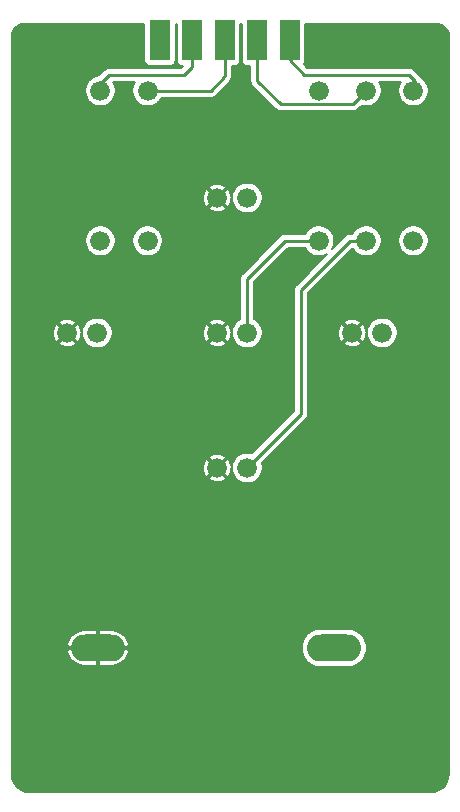
<source format=gbr>
G04 #@! TF.GenerationSoftware,KiCad,Pcbnew,(5.1.5)-3*
G04 #@! TF.CreationDate,2020-09-28T00:58:47+02:00*
G04 #@! TF.ProjectId,joytester,6a6f7974-6573-4746-9572-2e6b69636164,rev?*
G04 #@! TF.SameCoordinates,Original*
G04 #@! TF.FileFunction,Copper,L1,Top*
G04 #@! TF.FilePolarity,Positive*
%FSLAX46Y46*%
G04 Gerber Fmt 4.6, Leading zero omitted, Abs format (unit mm)*
G04 Created by KiCad (PCBNEW (5.1.5)-3) date 2020-09-28 00:58:47*
%MOMM*%
%LPD*%
G04 APERTURE LIST*
%ADD10O,4.572000X2.286000*%
%ADD11C,1.676400*%
%ADD12R,1.700000X3.500000*%
%ADD13C,0.254000*%
%ADD14C,0.250000*%
%ADD15C,0.127000*%
G04 APERTURE END LIST*
D10*
X157306100Y-125318600D03*
X137306100Y-125318600D03*
D11*
X149936100Y-110078600D03*
X147396100Y-110078600D03*
X149936100Y-98648600D03*
X147396100Y-98648600D03*
X137236100Y-98648600D03*
X134696100Y-98648600D03*
X156000000Y-90850000D03*
X156000000Y-78150000D03*
X141500000Y-90850000D03*
X141500000Y-78150000D03*
X137500000Y-90850000D03*
X137500000Y-78150000D03*
X164000000Y-90850000D03*
X164000000Y-78150000D03*
X160000000Y-90850000D03*
X160000000Y-78150000D03*
X161366100Y-98648600D03*
X158826100Y-98648600D03*
X149936100Y-87218600D03*
X147396100Y-87218600D03*
D12*
X142544900Y-73832400D03*
X145287700Y-73832400D03*
X148031100Y-73832600D03*
X150774500Y-73832400D03*
X153517300Y-73832400D03*
D13*
X149936100Y-94330600D02*
X149936100Y-98648600D01*
X154508100Y-105506600D02*
X149936100Y-110078600D01*
X164160100Y-78328600D02*
X164160100Y-77312600D01*
X164160100Y-77312600D02*
X163652100Y-76804600D01*
X163652100Y-76804600D02*
X154762100Y-76804600D01*
X154762100Y-76804600D02*
X153517300Y-75559800D01*
X153517300Y-75559800D02*
X153517300Y-73832400D01*
X148031100Y-73832600D02*
X148031100Y-76931600D01*
X145287700Y-73832400D02*
X145287700Y-76119000D01*
X138252100Y-76804600D02*
X136982100Y-78074600D01*
X136982100Y-78074600D02*
X136982100Y-78328600D01*
X145287700Y-76119000D02*
X144602100Y-76804600D01*
X144602100Y-76804600D02*
X138252100Y-76804600D01*
D14*
X141500000Y-78150000D02*
X146850000Y-78150000D01*
X146850000Y-78150000D02*
X148000000Y-77000000D01*
X152765601Y-79265601D02*
X150774500Y-77274500D01*
X160000000Y-78150000D02*
X158884399Y-79265601D01*
X150774500Y-77274500D02*
X150774500Y-73832400D01*
X158884399Y-79265601D02*
X152765601Y-79265601D01*
X149936100Y-94330600D02*
X149936100Y-94063900D01*
X153150000Y-90850000D02*
X156000000Y-90850000D01*
X149936100Y-94063900D02*
X153150000Y-90850000D01*
X160000000Y-90850000D02*
X158650000Y-90850000D01*
X154508100Y-94991900D02*
X154508100Y-105506600D01*
X158650000Y-90850000D02*
X154508100Y-94991900D01*
D15*
G36*
X141222727Y-75582400D02*
G01*
X141231800Y-75674516D01*
X141258669Y-75763093D01*
X141302302Y-75844725D01*
X141361023Y-75916277D01*
X141432575Y-75974998D01*
X141514207Y-76018631D01*
X141602784Y-76045500D01*
X141694900Y-76054573D01*
X143394900Y-76054573D01*
X143487016Y-76045500D01*
X143575593Y-76018631D01*
X143657225Y-75974998D01*
X143728777Y-75916277D01*
X143787498Y-75844725D01*
X143831131Y-75763093D01*
X143858000Y-75674516D01*
X143867073Y-75582400D01*
X143867073Y-72494900D01*
X143965527Y-72494900D01*
X143965527Y-75582400D01*
X143974600Y-75674516D01*
X144001469Y-75763093D01*
X144045102Y-75844725D01*
X144103823Y-75916277D01*
X144175375Y-75974998D01*
X144257007Y-76018631D01*
X144345584Y-76045500D01*
X144437700Y-76054573D01*
X144507984Y-76054573D01*
X144354857Y-76207700D01*
X138281411Y-76207700D01*
X138252099Y-76204813D01*
X138222788Y-76207700D01*
X138222778Y-76207700D01*
X138135087Y-76216337D01*
X138022571Y-76250468D01*
X137974302Y-76276269D01*
X137918875Y-76305895D01*
X137866926Y-76348529D01*
X137827986Y-76380486D01*
X137809296Y-76403260D01*
X137370531Y-76842026D01*
X137118441Y-76892170D01*
X136880382Y-76990777D01*
X136666135Y-77133933D01*
X136483933Y-77316135D01*
X136340777Y-77530382D01*
X136242170Y-77768441D01*
X136191900Y-78021163D01*
X136191900Y-78278837D01*
X136242170Y-78531559D01*
X136340777Y-78769618D01*
X136483933Y-78983865D01*
X136666135Y-79166067D01*
X136880382Y-79309223D01*
X137118441Y-79407830D01*
X137371163Y-79458100D01*
X137628837Y-79458100D01*
X137881559Y-79407830D01*
X138119618Y-79309223D01*
X138333865Y-79166067D01*
X138516067Y-78983865D01*
X138659223Y-78769618D01*
X138757830Y-78531559D01*
X138808100Y-78278837D01*
X138808100Y-78021163D01*
X138757830Y-77768441D01*
X138659223Y-77530382D01*
X138573106Y-77401500D01*
X140426894Y-77401500D01*
X140340777Y-77530382D01*
X140242170Y-77768441D01*
X140191900Y-78021163D01*
X140191900Y-78278837D01*
X140242170Y-78531559D01*
X140340777Y-78769618D01*
X140483933Y-78983865D01*
X140666135Y-79166067D01*
X140880382Y-79309223D01*
X141118441Y-79407830D01*
X141371163Y-79458100D01*
X141628837Y-79458100D01*
X141881559Y-79407830D01*
X142119618Y-79309223D01*
X142333865Y-79166067D01*
X142516067Y-78983865D01*
X142659223Y-78769618D01*
X142669462Y-78744900D01*
X146820782Y-78744900D01*
X146850000Y-78747778D01*
X146879218Y-78744900D01*
X146879221Y-78744900D01*
X146966621Y-78736292D01*
X147078760Y-78702275D01*
X147182108Y-78647034D01*
X147272693Y-78572693D01*
X147291324Y-78549991D01*
X148441320Y-77399996D01*
X148497034Y-77332108D01*
X148552275Y-77228760D01*
X148556465Y-77214947D01*
X148585232Y-77161129D01*
X148619363Y-77048613D01*
X148628000Y-76960922D01*
X148628000Y-76054773D01*
X148881100Y-76054773D01*
X148973216Y-76045700D01*
X149061793Y-76018831D01*
X149143425Y-75975198D01*
X149214977Y-75916477D01*
X149273698Y-75844925D01*
X149317331Y-75763293D01*
X149344200Y-75674716D01*
X149353273Y-75582600D01*
X149353273Y-72494900D01*
X149452327Y-72494900D01*
X149452327Y-75582400D01*
X149461400Y-75674516D01*
X149488269Y-75763093D01*
X149531902Y-75844725D01*
X149590623Y-75916277D01*
X149662175Y-75974998D01*
X149743807Y-76018631D01*
X149832384Y-76045500D01*
X149924500Y-76054573D01*
X150179600Y-76054573D01*
X150179600Y-77245281D01*
X150176722Y-77274500D01*
X150179600Y-77303718D01*
X150179600Y-77303720D01*
X150188208Y-77391120D01*
X150222225Y-77503259D01*
X150277466Y-77606607D01*
X150351807Y-77697193D01*
X150374509Y-77715824D01*
X152324281Y-79665597D01*
X152342908Y-79688294D01*
X152433493Y-79762635D01*
X152536841Y-79817876D01*
X152648980Y-79851893D01*
X152736380Y-79860501D01*
X152736382Y-79860501D01*
X152765600Y-79863379D01*
X152794819Y-79860501D01*
X158855181Y-79860501D01*
X158884399Y-79863379D01*
X158913617Y-79860501D01*
X158913620Y-79860501D01*
X159001020Y-79851893D01*
X159113159Y-79817876D01*
X159216507Y-79762635D01*
X159307092Y-79688294D01*
X159325723Y-79665592D01*
X159593724Y-79397592D01*
X159618441Y-79407830D01*
X159871163Y-79458100D01*
X160128837Y-79458100D01*
X160381559Y-79407830D01*
X160619618Y-79309223D01*
X160833865Y-79166067D01*
X161016067Y-78983865D01*
X161159223Y-78769618D01*
X161257830Y-78531559D01*
X161308100Y-78278837D01*
X161308100Y-78021163D01*
X161257830Y-77768441D01*
X161159223Y-77530382D01*
X161073106Y-77401500D01*
X162926894Y-77401500D01*
X162840777Y-77530382D01*
X162742170Y-77768441D01*
X162691900Y-78021163D01*
X162691900Y-78278837D01*
X162742170Y-78531559D01*
X162840777Y-78769618D01*
X162983933Y-78983865D01*
X163166135Y-79166067D01*
X163380382Y-79309223D01*
X163618441Y-79407830D01*
X163871163Y-79458100D01*
X164128837Y-79458100D01*
X164381559Y-79407830D01*
X164619618Y-79309223D01*
X164833865Y-79166067D01*
X165016067Y-78983865D01*
X165159223Y-78769618D01*
X165257830Y-78531559D01*
X165308100Y-78278837D01*
X165308100Y-78021163D01*
X165257830Y-77768441D01*
X165159223Y-77530382D01*
X165016067Y-77316135D01*
X164833865Y-77133933D01*
X164690057Y-77037843D01*
X164664899Y-76990777D01*
X164658805Y-76979375D01*
X164602905Y-76911261D01*
X164602904Y-76911260D01*
X164584214Y-76888486D01*
X164561439Y-76869796D01*
X164094908Y-76403265D01*
X164076214Y-76380486D01*
X163985324Y-76305895D01*
X163881629Y-76250468D01*
X163769113Y-76216337D01*
X163681422Y-76207700D01*
X163681411Y-76207700D01*
X163652100Y-76204813D01*
X163622789Y-76207700D01*
X155009344Y-76207700D01*
X154708724Y-75907081D01*
X154759898Y-75844725D01*
X154803531Y-75763093D01*
X154830400Y-75674516D01*
X154839473Y-75582400D01*
X154839473Y-72494900D01*
X165975797Y-72494900D01*
X166194766Y-72516370D01*
X166382106Y-72572931D01*
X166554900Y-72664808D01*
X166706555Y-72788494D01*
X166831297Y-72939282D01*
X166924378Y-73111431D01*
X166982246Y-73298372D01*
X167005101Y-73515827D01*
X167005100Y-135975795D01*
X166974107Y-136291880D01*
X166889341Y-136572642D01*
X166751653Y-136831595D01*
X166566290Y-137058873D01*
X166340314Y-137245817D01*
X166082330Y-137385308D01*
X165802167Y-137472033D01*
X165487559Y-137505100D01*
X131524205Y-137505100D01*
X131208120Y-137474107D01*
X130927358Y-137389341D01*
X130668405Y-137251653D01*
X130441127Y-137066290D01*
X130254183Y-136840314D01*
X130114692Y-136582330D01*
X130027967Y-136302167D01*
X129994900Y-135987559D01*
X129994900Y-125641899D01*
X134687604Y-125641899D01*
X134733713Y-125814880D01*
X134857998Y-126084204D01*
X135032437Y-126324106D01*
X135250327Y-126525367D01*
X135503294Y-126680253D01*
X135781617Y-126782811D01*
X136074600Y-126829100D01*
X137217600Y-126829100D01*
X137217600Y-125407100D01*
X137394600Y-125407100D01*
X137394600Y-126829100D01*
X138537600Y-126829100D01*
X138830583Y-126782811D01*
X139108906Y-126680253D01*
X139361873Y-126525367D01*
X139579763Y-126324106D01*
X139754202Y-126084204D01*
X139878487Y-125814880D01*
X139924596Y-125641899D01*
X139864962Y-125407100D01*
X137394600Y-125407100D01*
X137217600Y-125407100D01*
X134747238Y-125407100D01*
X134687604Y-125641899D01*
X129994900Y-125641899D01*
X129994900Y-125318600D01*
X154542396Y-125318600D01*
X154573537Y-125634784D01*
X154665765Y-125938817D01*
X154815534Y-126219015D01*
X155017089Y-126464611D01*
X155262685Y-126666166D01*
X155542883Y-126815935D01*
X155846916Y-126908163D01*
X156083864Y-126931500D01*
X158528336Y-126931500D01*
X158765284Y-126908163D01*
X159069317Y-126815935D01*
X159349515Y-126666166D01*
X159595111Y-126464611D01*
X159796666Y-126219015D01*
X159946435Y-125938817D01*
X160038663Y-125634784D01*
X160069804Y-125318600D01*
X160038663Y-125002416D01*
X159946435Y-124698383D01*
X159796666Y-124418185D01*
X159595111Y-124172589D01*
X159349515Y-123971034D01*
X159069317Y-123821265D01*
X158765284Y-123729037D01*
X158528336Y-123705700D01*
X156083864Y-123705700D01*
X155846916Y-123729037D01*
X155542883Y-123821265D01*
X155262685Y-123971034D01*
X155017089Y-124172589D01*
X154815534Y-124418185D01*
X154665765Y-124698383D01*
X154573537Y-125002416D01*
X154542396Y-125318600D01*
X129994900Y-125318600D01*
X129994900Y-124995301D01*
X134687604Y-124995301D01*
X134747238Y-125230100D01*
X137217600Y-125230100D01*
X137217600Y-123808100D01*
X137394600Y-123808100D01*
X137394600Y-125230100D01*
X139864962Y-125230100D01*
X139924596Y-124995301D01*
X139878487Y-124822320D01*
X139754202Y-124552996D01*
X139579763Y-124313094D01*
X139361873Y-124111833D01*
X139108906Y-123956947D01*
X138830583Y-123854389D01*
X138537600Y-123808100D01*
X137394600Y-123808100D01*
X137217600Y-123808100D01*
X136074600Y-123808100D01*
X135781617Y-123854389D01*
X135503294Y-123956947D01*
X135250327Y-124111833D01*
X135032437Y-124313094D01*
X134857998Y-124552996D01*
X134733713Y-124822320D01*
X134687604Y-124995301D01*
X129994900Y-124995301D01*
X129994900Y-110930420D01*
X146669437Y-110930420D01*
X146757479Y-111108152D01*
X146970606Y-111212958D01*
X147200084Y-111274171D01*
X147437095Y-111289439D01*
X147672530Y-111258175D01*
X147897342Y-111181581D01*
X148034721Y-111108152D01*
X148122763Y-110930420D01*
X147396100Y-110203758D01*
X146669437Y-110930420D01*
X129994900Y-110930420D01*
X129994900Y-110119595D01*
X146185261Y-110119595D01*
X146216525Y-110355030D01*
X146293119Y-110579842D01*
X146366548Y-110717221D01*
X146544280Y-110805263D01*
X147270942Y-110078600D01*
X147521258Y-110078600D01*
X148247920Y-110805263D01*
X148425652Y-110717221D01*
X148530458Y-110504094D01*
X148591671Y-110274616D01*
X148606939Y-110037605D01*
X148575675Y-109802170D01*
X148499081Y-109577358D01*
X148425652Y-109439979D01*
X148247920Y-109351937D01*
X147521258Y-110078600D01*
X147270942Y-110078600D01*
X146544280Y-109351937D01*
X146366548Y-109439979D01*
X146261742Y-109653106D01*
X146200529Y-109882584D01*
X146185261Y-110119595D01*
X129994900Y-110119595D01*
X129994900Y-109226780D01*
X146669437Y-109226780D01*
X147396100Y-109953442D01*
X148122763Y-109226780D01*
X148034721Y-109049048D01*
X147821594Y-108944242D01*
X147592116Y-108883029D01*
X147355105Y-108867761D01*
X147119670Y-108899025D01*
X146894858Y-108975619D01*
X146757479Y-109049048D01*
X146669437Y-109226780D01*
X129994900Y-109226780D01*
X129994900Y-99500420D01*
X133969437Y-99500420D01*
X134057479Y-99678152D01*
X134270606Y-99782958D01*
X134500084Y-99844171D01*
X134737095Y-99859439D01*
X134972530Y-99828175D01*
X135197342Y-99751581D01*
X135334721Y-99678152D01*
X135422763Y-99500420D01*
X134696100Y-98773758D01*
X133969437Y-99500420D01*
X129994900Y-99500420D01*
X129994900Y-98689595D01*
X133485261Y-98689595D01*
X133516525Y-98925030D01*
X133593119Y-99149842D01*
X133666548Y-99287221D01*
X133844280Y-99375263D01*
X134570942Y-98648600D01*
X134821258Y-98648600D01*
X135547920Y-99375263D01*
X135725652Y-99287221D01*
X135830458Y-99074094D01*
X135891671Y-98844616D01*
X135906939Y-98607605D01*
X135895275Y-98519763D01*
X135928000Y-98519763D01*
X135928000Y-98777437D01*
X135978270Y-99030159D01*
X136076877Y-99268218D01*
X136220033Y-99482465D01*
X136402235Y-99664667D01*
X136616482Y-99807823D01*
X136854541Y-99906430D01*
X137107263Y-99956700D01*
X137364937Y-99956700D01*
X137617659Y-99906430D01*
X137855718Y-99807823D01*
X138069965Y-99664667D01*
X138234212Y-99500420D01*
X146669437Y-99500420D01*
X146757479Y-99678152D01*
X146970606Y-99782958D01*
X147200084Y-99844171D01*
X147437095Y-99859439D01*
X147672530Y-99828175D01*
X147897342Y-99751581D01*
X148034721Y-99678152D01*
X148122763Y-99500420D01*
X147396100Y-98773758D01*
X146669437Y-99500420D01*
X138234212Y-99500420D01*
X138252167Y-99482465D01*
X138395323Y-99268218D01*
X138493930Y-99030159D01*
X138544200Y-98777437D01*
X138544200Y-98689595D01*
X146185261Y-98689595D01*
X146216525Y-98925030D01*
X146293119Y-99149842D01*
X146366548Y-99287221D01*
X146544280Y-99375263D01*
X147270942Y-98648600D01*
X147521258Y-98648600D01*
X148247920Y-99375263D01*
X148425652Y-99287221D01*
X148530458Y-99074094D01*
X148591671Y-98844616D01*
X148606939Y-98607605D01*
X148595275Y-98519763D01*
X148628000Y-98519763D01*
X148628000Y-98777437D01*
X148678270Y-99030159D01*
X148776877Y-99268218D01*
X148920033Y-99482465D01*
X149102235Y-99664667D01*
X149316482Y-99807823D01*
X149554541Y-99906430D01*
X149807263Y-99956700D01*
X150064937Y-99956700D01*
X150317659Y-99906430D01*
X150555718Y-99807823D01*
X150769965Y-99664667D01*
X150952167Y-99482465D01*
X151095323Y-99268218D01*
X151193930Y-99030159D01*
X151244200Y-98777437D01*
X151244200Y-98519763D01*
X151193930Y-98267041D01*
X151095323Y-98028982D01*
X150952167Y-97814735D01*
X150769965Y-97632533D01*
X150555718Y-97489377D01*
X150533000Y-97479967D01*
X150533000Y-94308315D01*
X153396416Y-91444900D01*
X154830538Y-91444900D01*
X154840777Y-91469618D01*
X154983933Y-91683865D01*
X155166135Y-91866067D01*
X155380382Y-92009223D01*
X155618441Y-92107830D01*
X155871163Y-92158100D01*
X156128837Y-92158100D01*
X156381559Y-92107830D01*
X156619618Y-92009223D01*
X156709557Y-91949127D01*
X154108109Y-94550576D01*
X154085407Y-94569207D01*
X154011066Y-94659793D01*
X153955825Y-94763141D01*
X153921808Y-94875280D01*
X153913200Y-94962679D01*
X153910322Y-94991900D01*
X153913200Y-95021119D01*
X153913201Y-105257355D01*
X150340377Y-108830180D01*
X150317659Y-108820770D01*
X150064937Y-108770500D01*
X149807263Y-108770500D01*
X149554541Y-108820770D01*
X149316482Y-108919377D01*
X149102235Y-109062533D01*
X148920033Y-109244735D01*
X148776877Y-109458982D01*
X148678270Y-109697041D01*
X148628000Y-109949763D01*
X148628000Y-110207437D01*
X148678270Y-110460159D01*
X148776877Y-110698218D01*
X148920033Y-110912465D01*
X149102235Y-111094667D01*
X149316482Y-111237823D01*
X149554541Y-111336430D01*
X149807263Y-111386700D01*
X150064937Y-111386700D01*
X150317659Y-111336430D01*
X150555718Y-111237823D01*
X150769965Y-111094667D01*
X150952167Y-110912465D01*
X151095323Y-110698218D01*
X151193930Y-110460159D01*
X151244200Y-110207437D01*
X151244200Y-109949763D01*
X151193930Y-109697041D01*
X151184520Y-109674323D01*
X154923867Y-105934977D01*
X154930793Y-105929293D01*
X154936477Y-105922367D01*
X154950905Y-105907939D01*
X155006805Y-105839825D01*
X155062231Y-105736130D01*
X155096362Y-105623614D01*
X155107887Y-105506601D01*
X155103000Y-105456983D01*
X155103000Y-99500420D01*
X158099437Y-99500420D01*
X158187479Y-99678152D01*
X158400606Y-99782958D01*
X158630084Y-99844171D01*
X158867095Y-99859439D01*
X159102530Y-99828175D01*
X159327342Y-99751581D01*
X159464721Y-99678152D01*
X159552763Y-99500420D01*
X158826100Y-98773758D01*
X158099437Y-99500420D01*
X155103000Y-99500420D01*
X155103000Y-98689595D01*
X157615261Y-98689595D01*
X157646525Y-98925030D01*
X157723119Y-99149842D01*
X157796548Y-99287221D01*
X157974280Y-99375263D01*
X158700942Y-98648600D01*
X158951258Y-98648600D01*
X159677920Y-99375263D01*
X159855652Y-99287221D01*
X159960458Y-99074094D01*
X160021671Y-98844616D01*
X160036939Y-98607605D01*
X160025275Y-98519763D01*
X160058000Y-98519763D01*
X160058000Y-98777437D01*
X160108270Y-99030159D01*
X160206877Y-99268218D01*
X160350033Y-99482465D01*
X160532235Y-99664667D01*
X160746482Y-99807823D01*
X160984541Y-99906430D01*
X161237263Y-99956700D01*
X161494937Y-99956700D01*
X161747659Y-99906430D01*
X161985718Y-99807823D01*
X162199965Y-99664667D01*
X162382167Y-99482465D01*
X162525323Y-99268218D01*
X162623930Y-99030159D01*
X162674200Y-98777437D01*
X162674200Y-98519763D01*
X162623930Y-98267041D01*
X162525323Y-98028982D01*
X162382167Y-97814735D01*
X162199965Y-97632533D01*
X161985718Y-97489377D01*
X161747659Y-97390770D01*
X161494937Y-97340500D01*
X161237263Y-97340500D01*
X160984541Y-97390770D01*
X160746482Y-97489377D01*
X160532235Y-97632533D01*
X160350033Y-97814735D01*
X160206877Y-98028982D01*
X160108270Y-98267041D01*
X160058000Y-98519763D01*
X160025275Y-98519763D01*
X160005675Y-98372170D01*
X159929081Y-98147358D01*
X159855652Y-98009979D01*
X159677920Y-97921937D01*
X158951258Y-98648600D01*
X158700942Y-98648600D01*
X157974280Y-97921937D01*
X157796548Y-98009979D01*
X157691742Y-98223106D01*
X157630529Y-98452584D01*
X157615261Y-98689595D01*
X155103000Y-98689595D01*
X155103000Y-97796780D01*
X158099437Y-97796780D01*
X158826100Y-98523442D01*
X159552763Y-97796780D01*
X159464721Y-97619048D01*
X159251594Y-97514242D01*
X159022116Y-97453029D01*
X158785105Y-97437761D01*
X158549670Y-97469025D01*
X158324858Y-97545619D01*
X158187479Y-97619048D01*
X158099437Y-97796780D01*
X155103000Y-97796780D01*
X155103000Y-95238315D01*
X158853162Y-91488154D01*
X158983933Y-91683865D01*
X159166135Y-91866067D01*
X159380382Y-92009223D01*
X159618441Y-92107830D01*
X159871163Y-92158100D01*
X160128837Y-92158100D01*
X160381559Y-92107830D01*
X160619618Y-92009223D01*
X160833865Y-91866067D01*
X161016067Y-91683865D01*
X161159223Y-91469618D01*
X161257830Y-91231559D01*
X161308100Y-90978837D01*
X161308100Y-90721163D01*
X162691900Y-90721163D01*
X162691900Y-90978837D01*
X162742170Y-91231559D01*
X162840777Y-91469618D01*
X162983933Y-91683865D01*
X163166135Y-91866067D01*
X163380382Y-92009223D01*
X163618441Y-92107830D01*
X163871163Y-92158100D01*
X164128837Y-92158100D01*
X164381559Y-92107830D01*
X164619618Y-92009223D01*
X164833865Y-91866067D01*
X165016067Y-91683865D01*
X165159223Y-91469618D01*
X165257830Y-91231559D01*
X165308100Y-90978837D01*
X165308100Y-90721163D01*
X165257830Y-90468441D01*
X165159223Y-90230382D01*
X165016067Y-90016135D01*
X164833865Y-89833933D01*
X164619618Y-89690777D01*
X164381559Y-89592170D01*
X164128837Y-89541900D01*
X163871163Y-89541900D01*
X163618441Y-89592170D01*
X163380382Y-89690777D01*
X163166135Y-89833933D01*
X162983933Y-90016135D01*
X162840777Y-90230382D01*
X162742170Y-90468441D01*
X162691900Y-90721163D01*
X161308100Y-90721163D01*
X161257830Y-90468441D01*
X161159223Y-90230382D01*
X161016067Y-90016135D01*
X160833865Y-89833933D01*
X160619618Y-89690777D01*
X160381559Y-89592170D01*
X160128837Y-89541900D01*
X159871163Y-89541900D01*
X159618441Y-89592170D01*
X159380382Y-89690777D01*
X159166135Y-89833933D01*
X158983933Y-90016135D01*
X158840777Y-90230382D01*
X158830538Y-90255100D01*
X158679218Y-90255100D01*
X158649999Y-90252222D01*
X158620781Y-90255100D01*
X158620779Y-90255100D01*
X158533379Y-90263708D01*
X158421240Y-90297725D01*
X158317892Y-90352966D01*
X158227307Y-90427307D01*
X158208681Y-90450003D01*
X157099128Y-91559557D01*
X157159223Y-91469618D01*
X157257830Y-91231559D01*
X157308100Y-90978837D01*
X157308100Y-90721163D01*
X157257830Y-90468441D01*
X157159223Y-90230382D01*
X157016067Y-90016135D01*
X156833865Y-89833933D01*
X156619618Y-89690777D01*
X156381559Y-89592170D01*
X156128837Y-89541900D01*
X155871163Y-89541900D01*
X155618441Y-89592170D01*
X155380382Y-89690777D01*
X155166135Y-89833933D01*
X154983933Y-90016135D01*
X154840777Y-90230382D01*
X154830538Y-90255100D01*
X153179218Y-90255100D01*
X153150000Y-90252222D01*
X153120781Y-90255100D01*
X153120779Y-90255100D01*
X153033379Y-90263708D01*
X152921240Y-90297725D01*
X152817892Y-90352966D01*
X152727307Y-90427307D01*
X152708681Y-90450004D01*
X149536104Y-93622581D01*
X149513408Y-93641207D01*
X149439067Y-93731792D01*
X149383825Y-93835140D01*
X149349808Y-93947279D01*
X149344874Y-93997377D01*
X149338322Y-94063900D01*
X149341200Y-94093118D01*
X149341200Y-94280973D01*
X149339200Y-94301279D01*
X149339201Y-97479967D01*
X149316482Y-97489377D01*
X149102235Y-97632533D01*
X148920033Y-97814735D01*
X148776877Y-98028982D01*
X148678270Y-98267041D01*
X148628000Y-98519763D01*
X148595275Y-98519763D01*
X148575675Y-98372170D01*
X148499081Y-98147358D01*
X148425652Y-98009979D01*
X148247920Y-97921937D01*
X147521258Y-98648600D01*
X147270942Y-98648600D01*
X146544280Y-97921937D01*
X146366548Y-98009979D01*
X146261742Y-98223106D01*
X146200529Y-98452584D01*
X146185261Y-98689595D01*
X138544200Y-98689595D01*
X138544200Y-98519763D01*
X138493930Y-98267041D01*
X138395323Y-98028982D01*
X138252167Y-97814735D01*
X138234212Y-97796780D01*
X146669437Y-97796780D01*
X147396100Y-98523442D01*
X148122763Y-97796780D01*
X148034721Y-97619048D01*
X147821594Y-97514242D01*
X147592116Y-97453029D01*
X147355105Y-97437761D01*
X147119670Y-97469025D01*
X146894858Y-97545619D01*
X146757479Y-97619048D01*
X146669437Y-97796780D01*
X138234212Y-97796780D01*
X138069965Y-97632533D01*
X137855718Y-97489377D01*
X137617659Y-97390770D01*
X137364937Y-97340500D01*
X137107263Y-97340500D01*
X136854541Y-97390770D01*
X136616482Y-97489377D01*
X136402235Y-97632533D01*
X136220033Y-97814735D01*
X136076877Y-98028982D01*
X135978270Y-98267041D01*
X135928000Y-98519763D01*
X135895275Y-98519763D01*
X135875675Y-98372170D01*
X135799081Y-98147358D01*
X135725652Y-98009979D01*
X135547920Y-97921937D01*
X134821258Y-98648600D01*
X134570942Y-98648600D01*
X133844280Y-97921937D01*
X133666548Y-98009979D01*
X133561742Y-98223106D01*
X133500529Y-98452584D01*
X133485261Y-98689595D01*
X129994900Y-98689595D01*
X129994900Y-97796780D01*
X133969437Y-97796780D01*
X134696100Y-98523442D01*
X135422763Y-97796780D01*
X135334721Y-97619048D01*
X135121594Y-97514242D01*
X134892116Y-97453029D01*
X134655105Y-97437761D01*
X134419670Y-97469025D01*
X134194858Y-97545619D01*
X134057479Y-97619048D01*
X133969437Y-97796780D01*
X129994900Y-97796780D01*
X129994900Y-90721163D01*
X136191900Y-90721163D01*
X136191900Y-90978837D01*
X136242170Y-91231559D01*
X136340777Y-91469618D01*
X136483933Y-91683865D01*
X136666135Y-91866067D01*
X136880382Y-92009223D01*
X137118441Y-92107830D01*
X137371163Y-92158100D01*
X137628837Y-92158100D01*
X137881559Y-92107830D01*
X138119618Y-92009223D01*
X138333865Y-91866067D01*
X138516067Y-91683865D01*
X138659223Y-91469618D01*
X138757830Y-91231559D01*
X138808100Y-90978837D01*
X138808100Y-90721163D01*
X140191900Y-90721163D01*
X140191900Y-90978837D01*
X140242170Y-91231559D01*
X140340777Y-91469618D01*
X140483933Y-91683865D01*
X140666135Y-91866067D01*
X140880382Y-92009223D01*
X141118441Y-92107830D01*
X141371163Y-92158100D01*
X141628837Y-92158100D01*
X141881559Y-92107830D01*
X142119618Y-92009223D01*
X142333865Y-91866067D01*
X142516067Y-91683865D01*
X142659223Y-91469618D01*
X142757830Y-91231559D01*
X142808100Y-90978837D01*
X142808100Y-90721163D01*
X142757830Y-90468441D01*
X142659223Y-90230382D01*
X142516067Y-90016135D01*
X142333865Y-89833933D01*
X142119618Y-89690777D01*
X141881559Y-89592170D01*
X141628837Y-89541900D01*
X141371163Y-89541900D01*
X141118441Y-89592170D01*
X140880382Y-89690777D01*
X140666135Y-89833933D01*
X140483933Y-90016135D01*
X140340777Y-90230382D01*
X140242170Y-90468441D01*
X140191900Y-90721163D01*
X138808100Y-90721163D01*
X138757830Y-90468441D01*
X138659223Y-90230382D01*
X138516067Y-90016135D01*
X138333865Y-89833933D01*
X138119618Y-89690777D01*
X137881559Y-89592170D01*
X137628837Y-89541900D01*
X137371163Y-89541900D01*
X137118441Y-89592170D01*
X136880382Y-89690777D01*
X136666135Y-89833933D01*
X136483933Y-90016135D01*
X136340777Y-90230382D01*
X136242170Y-90468441D01*
X136191900Y-90721163D01*
X129994900Y-90721163D01*
X129994900Y-88070420D01*
X146669437Y-88070420D01*
X146757479Y-88248152D01*
X146970606Y-88352958D01*
X147200084Y-88414171D01*
X147437095Y-88429439D01*
X147672530Y-88398175D01*
X147897342Y-88321581D01*
X148034721Y-88248152D01*
X148122763Y-88070420D01*
X147396100Y-87343758D01*
X146669437Y-88070420D01*
X129994900Y-88070420D01*
X129994900Y-87259595D01*
X146185261Y-87259595D01*
X146216525Y-87495030D01*
X146293119Y-87719842D01*
X146366548Y-87857221D01*
X146544280Y-87945263D01*
X147270942Y-87218600D01*
X147521258Y-87218600D01*
X148247920Y-87945263D01*
X148425652Y-87857221D01*
X148530458Y-87644094D01*
X148591671Y-87414616D01*
X148606939Y-87177605D01*
X148595275Y-87089763D01*
X148628000Y-87089763D01*
X148628000Y-87347437D01*
X148678270Y-87600159D01*
X148776877Y-87838218D01*
X148920033Y-88052465D01*
X149102235Y-88234667D01*
X149316482Y-88377823D01*
X149554541Y-88476430D01*
X149807263Y-88526700D01*
X150064937Y-88526700D01*
X150317659Y-88476430D01*
X150555718Y-88377823D01*
X150769965Y-88234667D01*
X150952167Y-88052465D01*
X151095323Y-87838218D01*
X151193930Y-87600159D01*
X151244200Y-87347437D01*
X151244200Y-87089763D01*
X151193930Y-86837041D01*
X151095323Y-86598982D01*
X150952167Y-86384735D01*
X150769965Y-86202533D01*
X150555718Y-86059377D01*
X150317659Y-85960770D01*
X150064937Y-85910500D01*
X149807263Y-85910500D01*
X149554541Y-85960770D01*
X149316482Y-86059377D01*
X149102235Y-86202533D01*
X148920033Y-86384735D01*
X148776877Y-86598982D01*
X148678270Y-86837041D01*
X148628000Y-87089763D01*
X148595275Y-87089763D01*
X148575675Y-86942170D01*
X148499081Y-86717358D01*
X148425652Y-86579979D01*
X148247920Y-86491937D01*
X147521258Y-87218600D01*
X147270942Y-87218600D01*
X146544280Y-86491937D01*
X146366548Y-86579979D01*
X146261742Y-86793106D01*
X146200529Y-87022584D01*
X146185261Y-87259595D01*
X129994900Y-87259595D01*
X129994900Y-86366780D01*
X146669437Y-86366780D01*
X147396100Y-87093442D01*
X148122763Y-86366780D01*
X148034721Y-86189048D01*
X147821594Y-86084242D01*
X147592116Y-86023029D01*
X147355105Y-86007761D01*
X147119670Y-86039025D01*
X146894858Y-86115619D01*
X146757479Y-86189048D01*
X146669437Y-86366780D01*
X129994900Y-86366780D01*
X129994900Y-73524203D01*
X130016370Y-73305234D01*
X130072931Y-73117894D01*
X130164808Y-72945100D01*
X130288494Y-72793445D01*
X130439282Y-72668703D01*
X130611431Y-72575622D01*
X130798372Y-72517754D01*
X131015817Y-72494900D01*
X141222727Y-72494900D01*
X141222727Y-75582400D01*
G37*
X141222727Y-75582400D02*
X141231800Y-75674516D01*
X141258669Y-75763093D01*
X141302302Y-75844725D01*
X141361023Y-75916277D01*
X141432575Y-75974998D01*
X141514207Y-76018631D01*
X141602784Y-76045500D01*
X141694900Y-76054573D01*
X143394900Y-76054573D01*
X143487016Y-76045500D01*
X143575593Y-76018631D01*
X143657225Y-75974998D01*
X143728777Y-75916277D01*
X143787498Y-75844725D01*
X143831131Y-75763093D01*
X143858000Y-75674516D01*
X143867073Y-75582400D01*
X143867073Y-72494900D01*
X143965527Y-72494900D01*
X143965527Y-75582400D01*
X143974600Y-75674516D01*
X144001469Y-75763093D01*
X144045102Y-75844725D01*
X144103823Y-75916277D01*
X144175375Y-75974998D01*
X144257007Y-76018631D01*
X144345584Y-76045500D01*
X144437700Y-76054573D01*
X144507984Y-76054573D01*
X144354857Y-76207700D01*
X138281411Y-76207700D01*
X138252099Y-76204813D01*
X138222788Y-76207700D01*
X138222778Y-76207700D01*
X138135087Y-76216337D01*
X138022571Y-76250468D01*
X137974302Y-76276269D01*
X137918875Y-76305895D01*
X137866926Y-76348529D01*
X137827986Y-76380486D01*
X137809296Y-76403260D01*
X137370531Y-76842026D01*
X137118441Y-76892170D01*
X136880382Y-76990777D01*
X136666135Y-77133933D01*
X136483933Y-77316135D01*
X136340777Y-77530382D01*
X136242170Y-77768441D01*
X136191900Y-78021163D01*
X136191900Y-78278837D01*
X136242170Y-78531559D01*
X136340777Y-78769618D01*
X136483933Y-78983865D01*
X136666135Y-79166067D01*
X136880382Y-79309223D01*
X137118441Y-79407830D01*
X137371163Y-79458100D01*
X137628837Y-79458100D01*
X137881559Y-79407830D01*
X138119618Y-79309223D01*
X138333865Y-79166067D01*
X138516067Y-78983865D01*
X138659223Y-78769618D01*
X138757830Y-78531559D01*
X138808100Y-78278837D01*
X138808100Y-78021163D01*
X138757830Y-77768441D01*
X138659223Y-77530382D01*
X138573106Y-77401500D01*
X140426894Y-77401500D01*
X140340777Y-77530382D01*
X140242170Y-77768441D01*
X140191900Y-78021163D01*
X140191900Y-78278837D01*
X140242170Y-78531559D01*
X140340777Y-78769618D01*
X140483933Y-78983865D01*
X140666135Y-79166067D01*
X140880382Y-79309223D01*
X141118441Y-79407830D01*
X141371163Y-79458100D01*
X141628837Y-79458100D01*
X141881559Y-79407830D01*
X142119618Y-79309223D01*
X142333865Y-79166067D01*
X142516067Y-78983865D01*
X142659223Y-78769618D01*
X142669462Y-78744900D01*
X146820782Y-78744900D01*
X146850000Y-78747778D01*
X146879218Y-78744900D01*
X146879221Y-78744900D01*
X146966621Y-78736292D01*
X147078760Y-78702275D01*
X147182108Y-78647034D01*
X147272693Y-78572693D01*
X147291324Y-78549991D01*
X148441320Y-77399996D01*
X148497034Y-77332108D01*
X148552275Y-77228760D01*
X148556465Y-77214947D01*
X148585232Y-77161129D01*
X148619363Y-77048613D01*
X148628000Y-76960922D01*
X148628000Y-76054773D01*
X148881100Y-76054773D01*
X148973216Y-76045700D01*
X149061793Y-76018831D01*
X149143425Y-75975198D01*
X149214977Y-75916477D01*
X149273698Y-75844925D01*
X149317331Y-75763293D01*
X149344200Y-75674716D01*
X149353273Y-75582600D01*
X149353273Y-72494900D01*
X149452327Y-72494900D01*
X149452327Y-75582400D01*
X149461400Y-75674516D01*
X149488269Y-75763093D01*
X149531902Y-75844725D01*
X149590623Y-75916277D01*
X149662175Y-75974998D01*
X149743807Y-76018631D01*
X149832384Y-76045500D01*
X149924500Y-76054573D01*
X150179600Y-76054573D01*
X150179600Y-77245281D01*
X150176722Y-77274500D01*
X150179600Y-77303718D01*
X150179600Y-77303720D01*
X150188208Y-77391120D01*
X150222225Y-77503259D01*
X150277466Y-77606607D01*
X150351807Y-77697193D01*
X150374509Y-77715824D01*
X152324281Y-79665597D01*
X152342908Y-79688294D01*
X152433493Y-79762635D01*
X152536841Y-79817876D01*
X152648980Y-79851893D01*
X152736380Y-79860501D01*
X152736382Y-79860501D01*
X152765600Y-79863379D01*
X152794819Y-79860501D01*
X158855181Y-79860501D01*
X158884399Y-79863379D01*
X158913617Y-79860501D01*
X158913620Y-79860501D01*
X159001020Y-79851893D01*
X159113159Y-79817876D01*
X159216507Y-79762635D01*
X159307092Y-79688294D01*
X159325723Y-79665592D01*
X159593724Y-79397592D01*
X159618441Y-79407830D01*
X159871163Y-79458100D01*
X160128837Y-79458100D01*
X160381559Y-79407830D01*
X160619618Y-79309223D01*
X160833865Y-79166067D01*
X161016067Y-78983865D01*
X161159223Y-78769618D01*
X161257830Y-78531559D01*
X161308100Y-78278837D01*
X161308100Y-78021163D01*
X161257830Y-77768441D01*
X161159223Y-77530382D01*
X161073106Y-77401500D01*
X162926894Y-77401500D01*
X162840777Y-77530382D01*
X162742170Y-77768441D01*
X162691900Y-78021163D01*
X162691900Y-78278837D01*
X162742170Y-78531559D01*
X162840777Y-78769618D01*
X162983933Y-78983865D01*
X163166135Y-79166067D01*
X163380382Y-79309223D01*
X163618441Y-79407830D01*
X163871163Y-79458100D01*
X164128837Y-79458100D01*
X164381559Y-79407830D01*
X164619618Y-79309223D01*
X164833865Y-79166067D01*
X165016067Y-78983865D01*
X165159223Y-78769618D01*
X165257830Y-78531559D01*
X165308100Y-78278837D01*
X165308100Y-78021163D01*
X165257830Y-77768441D01*
X165159223Y-77530382D01*
X165016067Y-77316135D01*
X164833865Y-77133933D01*
X164690057Y-77037843D01*
X164664899Y-76990777D01*
X164658805Y-76979375D01*
X164602905Y-76911261D01*
X164602904Y-76911260D01*
X164584214Y-76888486D01*
X164561439Y-76869796D01*
X164094908Y-76403265D01*
X164076214Y-76380486D01*
X163985324Y-76305895D01*
X163881629Y-76250468D01*
X163769113Y-76216337D01*
X163681422Y-76207700D01*
X163681411Y-76207700D01*
X163652100Y-76204813D01*
X163622789Y-76207700D01*
X155009344Y-76207700D01*
X154708724Y-75907081D01*
X154759898Y-75844725D01*
X154803531Y-75763093D01*
X154830400Y-75674516D01*
X154839473Y-75582400D01*
X154839473Y-72494900D01*
X165975797Y-72494900D01*
X166194766Y-72516370D01*
X166382106Y-72572931D01*
X166554900Y-72664808D01*
X166706555Y-72788494D01*
X166831297Y-72939282D01*
X166924378Y-73111431D01*
X166982246Y-73298372D01*
X167005101Y-73515827D01*
X167005100Y-135975795D01*
X166974107Y-136291880D01*
X166889341Y-136572642D01*
X166751653Y-136831595D01*
X166566290Y-137058873D01*
X166340314Y-137245817D01*
X166082330Y-137385308D01*
X165802167Y-137472033D01*
X165487559Y-137505100D01*
X131524205Y-137505100D01*
X131208120Y-137474107D01*
X130927358Y-137389341D01*
X130668405Y-137251653D01*
X130441127Y-137066290D01*
X130254183Y-136840314D01*
X130114692Y-136582330D01*
X130027967Y-136302167D01*
X129994900Y-135987559D01*
X129994900Y-125641899D01*
X134687604Y-125641899D01*
X134733713Y-125814880D01*
X134857998Y-126084204D01*
X135032437Y-126324106D01*
X135250327Y-126525367D01*
X135503294Y-126680253D01*
X135781617Y-126782811D01*
X136074600Y-126829100D01*
X137217600Y-126829100D01*
X137217600Y-125407100D01*
X137394600Y-125407100D01*
X137394600Y-126829100D01*
X138537600Y-126829100D01*
X138830583Y-126782811D01*
X139108906Y-126680253D01*
X139361873Y-126525367D01*
X139579763Y-126324106D01*
X139754202Y-126084204D01*
X139878487Y-125814880D01*
X139924596Y-125641899D01*
X139864962Y-125407100D01*
X137394600Y-125407100D01*
X137217600Y-125407100D01*
X134747238Y-125407100D01*
X134687604Y-125641899D01*
X129994900Y-125641899D01*
X129994900Y-125318600D01*
X154542396Y-125318600D01*
X154573537Y-125634784D01*
X154665765Y-125938817D01*
X154815534Y-126219015D01*
X155017089Y-126464611D01*
X155262685Y-126666166D01*
X155542883Y-126815935D01*
X155846916Y-126908163D01*
X156083864Y-126931500D01*
X158528336Y-126931500D01*
X158765284Y-126908163D01*
X159069317Y-126815935D01*
X159349515Y-126666166D01*
X159595111Y-126464611D01*
X159796666Y-126219015D01*
X159946435Y-125938817D01*
X160038663Y-125634784D01*
X160069804Y-125318600D01*
X160038663Y-125002416D01*
X159946435Y-124698383D01*
X159796666Y-124418185D01*
X159595111Y-124172589D01*
X159349515Y-123971034D01*
X159069317Y-123821265D01*
X158765284Y-123729037D01*
X158528336Y-123705700D01*
X156083864Y-123705700D01*
X155846916Y-123729037D01*
X155542883Y-123821265D01*
X155262685Y-123971034D01*
X155017089Y-124172589D01*
X154815534Y-124418185D01*
X154665765Y-124698383D01*
X154573537Y-125002416D01*
X154542396Y-125318600D01*
X129994900Y-125318600D01*
X129994900Y-124995301D01*
X134687604Y-124995301D01*
X134747238Y-125230100D01*
X137217600Y-125230100D01*
X137217600Y-123808100D01*
X137394600Y-123808100D01*
X137394600Y-125230100D01*
X139864962Y-125230100D01*
X139924596Y-124995301D01*
X139878487Y-124822320D01*
X139754202Y-124552996D01*
X139579763Y-124313094D01*
X139361873Y-124111833D01*
X139108906Y-123956947D01*
X138830583Y-123854389D01*
X138537600Y-123808100D01*
X137394600Y-123808100D01*
X137217600Y-123808100D01*
X136074600Y-123808100D01*
X135781617Y-123854389D01*
X135503294Y-123956947D01*
X135250327Y-124111833D01*
X135032437Y-124313094D01*
X134857998Y-124552996D01*
X134733713Y-124822320D01*
X134687604Y-124995301D01*
X129994900Y-124995301D01*
X129994900Y-110930420D01*
X146669437Y-110930420D01*
X146757479Y-111108152D01*
X146970606Y-111212958D01*
X147200084Y-111274171D01*
X147437095Y-111289439D01*
X147672530Y-111258175D01*
X147897342Y-111181581D01*
X148034721Y-111108152D01*
X148122763Y-110930420D01*
X147396100Y-110203758D01*
X146669437Y-110930420D01*
X129994900Y-110930420D01*
X129994900Y-110119595D01*
X146185261Y-110119595D01*
X146216525Y-110355030D01*
X146293119Y-110579842D01*
X146366548Y-110717221D01*
X146544280Y-110805263D01*
X147270942Y-110078600D01*
X147521258Y-110078600D01*
X148247920Y-110805263D01*
X148425652Y-110717221D01*
X148530458Y-110504094D01*
X148591671Y-110274616D01*
X148606939Y-110037605D01*
X148575675Y-109802170D01*
X148499081Y-109577358D01*
X148425652Y-109439979D01*
X148247920Y-109351937D01*
X147521258Y-110078600D01*
X147270942Y-110078600D01*
X146544280Y-109351937D01*
X146366548Y-109439979D01*
X146261742Y-109653106D01*
X146200529Y-109882584D01*
X146185261Y-110119595D01*
X129994900Y-110119595D01*
X129994900Y-109226780D01*
X146669437Y-109226780D01*
X147396100Y-109953442D01*
X148122763Y-109226780D01*
X148034721Y-109049048D01*
X147821594Y-108944242D01*
X147592116Y-108883029D01*
X147355105Y-108867761D01*
X147119670Y-108899025D01*
X146894858Y-108975619D01*
X146757479Y-109049048D01*
X146669437Y-109226780D01*
X129994900Y-109226780D01*
X129994900Y-99500420D01*
X133969437Y-99500420D01*
X134057479Y-99678152D01*
X134270606Y-99782958D01*
X134500084Y-99844171D01*
X134737095Y-99859439D01*
X134972530Y-99828175D01*
X135197342Y-99751581D01*
X135334721Y-99678152D01*
X135422763Y-99500420D01*
X134696100Y-98773758D01*
X133969437Y-99500420D01*
X129994900Y-99500420D01*
X129994900Y-98689595D01*
X133485261Y-98689595D01*
X133516525Y-98925030D01*
X133593119Y-99149842D01*
X133666548Y-99287221D01*
X133844280Y-99375263D01*
X134570942Y-98648600D01*
X134821258Y-98648600D01*
X135547920Y-99375263D01*
X135725652Y-99287221D01*
X135830458Y-99074094D01*
X135891671Y-98844616D01*
X135906939Y-98607605D01*
X135895275Y-98519763D01*
X135928000Y-98519763D01*
X135928000Y-98777437D01*
X135978270Y-99030159D01*
X136076877Y-99268218D01*
X136220033Y-99482465D01*
X136402235Y-99664667D01*
X136616482Y-99807823D01*
X136854541Y-99906430D01*
X137107263Y-99956700D01*
X137364937Y-99956700D01*
X137617659Y-99906430D01*
X137855718Y-99807823D01*
X138069965Y-99664667D01*
X138234212Y-99500420D01*
X146669437Y-99500420D01*
X146757479Y-99678152D01*
X146970606Y-99782958D01*
X147200084Y-99844171D01*
X147437095Y-99859439D01*
X147672530Y-99828175D01*
X147897342Y-99751581D01*
X148034721Y-99678152D01*
X148122763Y-99500420D01*
X147396100Y-98773758D01*
X146669437Y-99500420D01*
X138234212Y-99500420D01*
X138252167Y-99482465D01*
X138395323Y-99268218D01*
X138493930Y-99030159D01*
X138544200Y-98777437D01*
X138544200Y-98689595D01*
X146185261Y-98689595D01*
X146216525Y-98925030D01*
X146293119Y-99149842D01*
X146366548Y-99287221D01*
X146544280Y-99375263D01*
X147270942Y-98648600D01*
X147521258Y-98648600D01*
X148247920Y-99375263D01*
X148425652Y-99287221D01*
X148530458Y-99074094D01*
X148591671Y-98844616D01*
X148606939Y-98607605D01*
X148595275Y-98519763D01*
X148628000Y-98519763D01*
X148628000Y-98777437D01*
X148678270Y-99030159D01*
X148776877Y-99268218D01*
X148920033Y-99482465D01*
X149102235Y-99664667D01*
X149316482Y-99807823D01*
X149554541Y-99906430D01*
X149807263Y-99956700D01*
X150064937Y-99956700D01*
X150317659Y-99906430D01*
X150555718Y-99807823D01*
X150769965Y-99664667D01*
X150952167Y-99482465D01*
X151095323Y-99268218D01*
X151193930Y-99030159D01*
X151244200Y-98777437D01*
X151244200Y-98519763D01*
X151193930Y-98267041D01*
X151095323Y-98028982D01*
X150952167Y-97814735D01*
X150769965Y-97632533D01*
X150555718Y-97489377D01*
X150533000Y-97479967D01*
X150533000Y-94308315D01*
X153396416Y-91444900D01*
X154830538Y-91444900D01*
X154840777Y-91469618D01*
X154983933Y-91683865D01*
X155166135Y-91866067D01*
X155380382Y-92009223D01*
X155618441Y-92107830D01*
X155871163Y-92158100D01*
X156128837Y-92158100D01*
X156381559Y-92107830D01*
X156619618Y-92009223D01*
X156709557Y-91949127D01*
X154108109Y-94550576D01*
X154085407Y-94569207D01*
X154011066Y-94659793D01*
X153955825Y-94763141D01*
X153921808Y-94875280D01*
X153913200Y-94962679D01*
X153910322Y-94991900D01*
X153913200Y-95021119D01*
X153913201Y-105257355D01*
X150340377Y-108830180D01*
X150317659Y-108820770D01*
X150064937Y-108770500D01*
X149807263Y-108770500D01*
X149554541Y-108820770D01*
X149316482Y-108919377D01*
X149102235Y-109062533D01*
X148920033Y-109244735D01*
X148776877Y-109458982D01*
X148678270Y-109697041D01*
X148628000Y-109949763D01*
X148628000Y-110207437D01*
X148678270Y-110460159D01*
X148776877Y-110698218D01*
X148920033Y-110912465D01*
X149102235Y-111094667D01*
X149316482Y-111237823D01*
X149554541Y-111336430D01*
X149807263Y-111386700D01*
X150064937Y-111386700D01*
X150317659Y-111336430D01*
X150555718Y-111237823D01*
X150769965Y-111094667D01*
X150952167Y-110912465D01*
X151095323Y-110698218D01*
X151193930Y-110460159D01*
X151244200Y-110207437D01*
X151244200Y-109949763D01*
X151193930Y-109697041D01*
X151184520Y-109674323D01*
X154923867Y-105934977D01*
X154930793Y-105929293D01*
X154936477Y-105922367D01*
X154950905Y-105907939D01*
X155006805Y-105839825D01*
X155062231Y-105736130D01*
X155096362Y-105623614D01*
X155107887Y-105506601D01*
X155103000Y-105456983D01*
X155103000Y-99500420D01*
X158099437Y-99500420D01*
X158187479Y-99678152D01*
X158400606Y-99782958D01*
X158630084Y-99844171D01*
X158867095Y-99859439D01*
X159102530Y-99828175D01*
X159327342Y-99751581D01*
X159464721Y-99678152D01*
X159552763Y-99500420D01*
X158826100Y-98773758D01*
X158099437Y-99500420D01*
X155103000Y-99500420D01*
X155103000Y-98689595D01*
X157615261Y-98689595D01*
X157646525Y-98925030D01*
X157723119Y-99149842D01*
X157796548Y-99287221D01*
X157974280Y-99375263D01*
X158700942Y-98648600D01*
X158951258Y-98648600D01*
X159677920Y-99375263D01*
X159855652Y-99287221D01*
X159960458Y-99074094D01*
X160021671Y-98844616D01*
X160036939Y-98607605D01*
X160025275Y-98519763D01*
X160058000Y-98519763D01*
X160058000Y-98777437D01*
X160108270Y-99030159D01*
X160206877Y-99268218D01*
X160350033Y-99482465D01*
X160532235Y-99664667D01*
X160746482Y-99807823D01*
X160984541Y-99906430D01*
X161237263Y-99956700D01*
X161494937Y-99956700D01*
X161747659Y-99906430D01*
X161985718Y-99807823D01*
X162199965Y-99664667D01*
X162382167Y-99482465D01*
X162525323Y-99268218D01*
X162623930Y-99030159D01*
X162674200Y-98777437D01*
X162674200Y-98519763D01*
X162623930Y-98267041D01*
X162525323Y-98028982D01*
X162382167Y-97814735D01*
X162199965Y-97632533D01*
X161985718Y-97489377D01*
X161747659Y-97390770D01*
X161494937Y-97340500D01*
X161237263Y-97340500D01*
X160984541Y-97390770D01*
X160746482Y-97489377D01*
X160532235Y-97632533D01*
X160350033Y-97814735D01*
X160206877Y-98028982D01*
X160108270Y-98267041D01*
X160058000Y-98519763D01*
X160025275Y-98519763D01*
X160005675Y-98372170D01*
X159929081Y-98147358D01*
X159855652Y-98009979D01*
X159677920Y-97921937D01*
X158951258Y-98648600D01*
X158700942Y-98648600D01*
X157974280Y-97921937D01*
X157796548Y-98009979D01*
X157691742Y-98223106D01*
X157630529Y-98452584D01*
X157615261Y-98689595D01*
X155103000Y-98689595D01*
X155103000Y-97796780D01*
X158099437Y-97796780D01*
X158826100Y-98523442D01*
X159552763Y-97796780D01*
X159464721Y-97619048D01*
X159251594Y-97514242D01*
X159022116Y-97453029D01*
X158785105Y-97437761D01*
X158549670Y-97469025D01*
X158324858Y-97545619D01*
X158187479Y-97619048D01*
X158099437Y-97796780D01*
X155103000Y-97796780D01*
X155103000Y-95238315D01*
X158853162Y-91488154D01*
X158983933Y-91683865D01*
X159166135Y-91866067D01*
X159380382Y-92009223D01*
X159618441Y-92107830D01*
X159871163Y-92158100D01*
X160128837Y-92158100D01*
X160381559Y-92107830D01*
X160619618Y-92009223D01*
X160833865Y-91866067D01*
X161016067Y-91683865D01*
X161159223Y-91469618D01*
X161257830Y-91231559D01*
X161308100Y-90978837D01*
X161308100Y-90721163D01*
X162691900Y-90721163D01*
X162691900Y-90978837D01*
X162742170Y-91231559D01*
X162840777Y-91469618D01*
X162983933Y-91683865D01*
X163166135Y-91866067D01*
X163380382Y-92009223D01*
X163618441Y-92107830D01*
X163871163Y-92158100D01*
X164128837Y-92158100D01*
X164381559Y-92107830D01*
X164619618Y-92009223D01*
X164833865Y-91866067D01*
X165016067Y-91683865D01*
X165159223Y-91469618D01*
X165257830Y-91231559D01*
X165308100Y-90978837D01*
X165308100Y-90721163D01*
X165257830Y-90468441D01*
X165159223Y-90230382D01*
X165016067Y-90016135D01*
X164833865Y-89833933D01*
X164619618Y-89690777D01*
X164381559Y-89592170D01*
X164128837Y-89541900D01*
X163871163Y-89541900D01*
X163618441Y-89592170D01*
X163380382Y-89690777D01*
X163166135Y-89833933D01*
X162983933Y-90016135D01*
X162840777Y-90230382D01*
X162742170Y-90468441D01*
X162691900Y-90721163D01*
X161308100Y-90721163D01*
X161257830Y-90468441D01*
X161159223Y-90230382D01*
X161016067Y-90016135D01*
X160833865Y-89833933D01*
X160619618Y-89690777D01*
X160381559Y-89592170D01*
X160128837Y-89541900D01*
X159871163Y-89541900D01*
X159618441Y-89592170D01*
X159380382Y-89690777D01*
X159166135Y-89833933D01*
X158983933Y-90016135D01*
X158840777Y-90230382D01*
X158830538Y-90255100D01*
X158679218Y-90255100D01*
X158649999Y-90252222D01*
X158620781Y-90255100D01*
X158620779Y-90255100D01*
X158533379Y-90263708D01*
X158421240Y-90297725D01*
X158317892Y-90352966D01*
X158227307Y-90427307D01*
X158208681Y-90450003D01*
X157099128Y-91559557D01*
X157159223Y-91469618D01*
X157257830Y-91231559D01*
X157308100Y-90978837D01*
X157308100Y-90721163D01*
X157257830Y-90468441D01*
X157159223Y-90230382D01*
X157016067Y-90016135D01*
X156833865Y-89833933D01*
X156619618Y-89690777D01*
X156381559Y-89592170D01*
X156128837Y-89541900D01*
X155871163Y-89541900D01*
X155618441Y-89592170D01*
X155380382Y-89690777D01*
X155166135Y-89833933D01*
X154983933Y-90016135D01*
X154840777Y-90230382D01*
X154830538Y-90255100D01*
X153179218Y-90255100D01*
X153150000Y-90252222D01*
X153120781Y-90255100D01*
X153120779Y-90255100D01*
X153033379Y-90263708D01*
X152921240Y-90297725D01*
X152817892Y-90352966D01*
X152727307Y-90427307D01*
X152708681Y-90450004D01*
X149536104Y-93622581D01*
X149513408Y-93641207D01*
X149439067Y-93731792D01*
X149383825Y-93835140D01*
X149349808Y-93947279D01*
X149344874Y-93997377D01*
X149338322Y-94063900D01*
X149341200Y-94093118D01*
X149341200Y-94280973D01*
X149339200Y-94301279D01*
X149339201Y-97479967D01*
X149316482Y-97489377D01*
X149102235Y-97632533D01*
X148920033Y-97814735D01*
X148776877Y-98028982D01*
X148678270Y-98267041D01*
X148628000Y-98519763D01*
X148595275Y-98519763D01*
X148575675Y-98372170D01*
X148499081Y-98147358D01*
X148425652Y-98009979D01*
X148247920Y-97921937D01*
X147521258Y-98648600D01*
X147270942Y-98648600D01*
X146544280Y-97921937D01*
X146366548Y-98009979D01*
X146261742Y-98223106D01*
X146200529Y-98452584D01*
X146185261Y-98689595D01*
X138544200Y-98689595D01*
X138544200Y-98519763D01*
X138493930Y-98267041D01*
X138395323Y-98028982D01*
X138252167Y-97814735D01*
X138234212Y-97796780D01*
X146669437Y-97796780D01*
X147396100Y-98523442D01*
X148122763Y-97796780D01*
X148034721Y-97619048D01*
X147821594Y-97514242D01*
X147592116Y-97453029D01*
X147355105Y-97437761D01*
X147119670Y-97469025D01*
X146894858Y-97545619D01*
X146757479Y-97619048D01*
X146669437Y-97796780D01*
X138234212Y-97796780D01*
X138069965Y-97632533D01*
X137855718Y-97489377D01*
X137617659Y-97390770D01*
X137364937Y-97340500D01*
X137107263Y-97340500D01*
X136854541Y-97390770D01*
X136616482Y-97489377D01*
X136402235Y-97632533D01*
X136220033Y-97814735D01*
X136076877Y-98028982D01*
X135978270Y-98267041D01*
X135928000Y-98519763D01*
X135895275Y-98519763D01*
X135875675Y-98372170D01*
X135799081Y-98147358D01*
X135725652Y-98009979D01*
X135547920Y-97921937D01*
X134821258Y-98648600D01*
X134570942Y-98648600D01*
X133844280Y-97921937D01*
X133666548Y-98009979D01*
X133561742Y-98223106D01*
X133500529Y-98452584D01*
X133485261Y-98689595D01*
X129994900Y-98689595D01*
X129994900Y-97796780D01*
X133969437Y-97796780D01*
X134696100Y-98523442D01*
X135422763Y-97796780D01*
X135334721Y-97619048D01*
X135121594Y-97514242D01*
X134892116Y-97453029D01*
X134655105Y-97437761D01*
X134419670Y-97469025D01*
X134194858Y-97545619D01*
X134057479Y-97619048D01*
X133969437Y-97796780D01*
X129994900Y-97796780D01*
X129994900Y-90721163D01*
X136191900Y-90721163D01*
X136191900Y-90978837D01*
X136242170Y-91231559D01*
X136340777Y-91469618D01*
X136483933Y-91683865D01*
X136666135Y-91866067D01*
X136880382Y-92009223D01*
X137118441Y-92107830D01*
X137371163Y-92158100D01*
X137628837Y-92158100D01*
X137881559Y-92107830D01*
X138119618Y-92009223D01*
X138333865Y-91866067D01*
X138516067Y-91683865D01*
X138659223Y-91469618D01*
X138757830Y-91231559D01*
X138808100Y-90978837D01*
X138808100Y-90721163D01*
X140191900Y-90721163D01*
X140191900Y-90978837D01*
X140242170Y-91231559D01*
X140340777Y-91469618D01*
X140483933Y-91683865D01*
X140666135Y-91866067D01*
X140880382Y-92009223D01*
X141118441Y-92107830D01*
X141371163Y-92158100D01*
X141628837Y-92158100D01*
X141881559Y-92107830D01*
X142119618Y-92009223D01*
X142333865Y-91866067D01*
X142516067Y-91683865D01*
X142659223Y-91469618D01*
X142757830Y-91231559D01*
X142808100Y-90978837D01*
X142808100Y-90721163D01*
X142757830Y-90468441D01*
X142659223Y-90230382D01*
X142516067Y-90016135D01*
X142333865Y-89833933D01*
X142119618Y-89690777D01*
X141881559Y-89592170D01*
X141628837Y-89541900D01*
X141371163Y-89541900D01*
X141118441Y-89592170D01*
X140880382Y-89690777D01*
X140666135Y-89833933D01*
X140483933Y-90016135D01*
X140340777Y-90230382D01*
X140242170Y-90468441D01*
X140191900Y-90721163D01*
X138808100Y-90721163D01*
X138757830Y-90468441D01*
X138659223Y-90230382D01*
X138516067Y-90016135D01*
X138333865Y-89833933D01*
X138119618Y-89690777D01*
X137881559Y-89592170D01*
X137628837Y-89541900D01*
X137371163Y-89541900D01*
X137118441Y-89592170D01*
X136880382Y-89690777D01*
X136666135Y-89833933D01*
X136483933Y-90016135D01*
X136340777Y-90230382D01*
X136242170Y-90468441D01*
X136191900Y-90721163D01*
X129994900Y-90721163D01*
X129994900Y-88070420D01*
X146669437Y-88070420D01*
X146757479Y-88248152D01*
X146970606Y-88352958D01*
X147200084Y-88414171D01*
X147437095Y-88429439D01*
X147672530Y-88398175D01*
X147897342Y-88321581D01*
X148034721Y-88248152D01*
X148122763Y-88070420D01*
X147396100Y-87343758D01*
X146669437Y-88070420D01*
X129994900Y-88070420D01*
X129994900Y-87259595D01*
X146185261Y-87259595D01*
X146216525Y-87495030D01*
X146293119Y-87719842D01*
X146366548Y-87857221D01*
X146544280Y-87945263D01*
X147270942Y-87218600D01*
X147521258Y-87218600D01*
X148247920Y-87945263D01*
X148425652Y-87857221D01*
X148530458Y-87644094D01*
X148591671Y-87414616D01*
X148606939Y-87177605D01*
X148595275Y-87089763D01*
X148628000Y-87089763D01*
X148628000Y-87347437D01*
X148678270Y-87600159D01*
X148776877Y-87838218D01*
X148920033Y-88052465D01*
X149102235Y-88234667D01*
X149316482Y-88377823D01*
X149554541Y-88476430D01*
X149807263Y-88526700D01*
X150064937Y-88526700D01*
X150317659Y-88476430D01*
X150555718Y-88377823D01*
X150769965Y-88234667D01*
X150952167Y-88052465D01*
X151095323Y-87838218D01*
X151193930Y-87600159D01*
X151244200Y-87347437D01*
X151244200Y-87089763D01*
X151193930Y-86837041D01*
X151095323Y-86598982D01*
X150952167Y-86384735D01*
X150769965Y-86202533D01*
X150555718Y-86059377D01*
X150317659Y-85960770D01*
X150064937Y-85910500D01*
X149807263Y-85910500D01*
X149554541Y-85960770D01*
X149316482Y-86059377D01*
X149102235Y-86202533D01*
X148920033Y-86384735D01*
X148776877Y-86598982D01*
X148678270Y-86837041D01*
X148628000Y-87089763D01*
X148595275Y-87089763D01*
X148575675Y-86942170D01*
X148499081Y-86717358D01*
X148425652Y-86579979D01*
X148247920Y-86491937D01*
X147521258Y-87218600D01*
X147270942Y-87218600D01*
X146544280Y-86491937D01*
X146366548Y-86579979D01*
X146261742Y-86793106D01*
X146200529Y-87022584D01*
X146185261Y-87259595D01*
X129994900Y-87259595D01*
X129994900Y-86366780D01*
X146669437Y-86366780D01*
X147396100Y-87093442D01*
X148122763Y-86366780D01*
X148034721Y-86189048D01*
X147821594Y-86084242D01*
X147592116Y-86023029D01*
X147355105Y-86007761D01*
X147119670Y-86039025D01*
X146894858Y-86115619D01*
X146757479Y-86189048D01*
X146669437Y-86366780D01*
X129994900Y-86366780D01*
X129994900Y-73524203D01*
X130016370Y-73305234D01*
X130072931Y-73117894D01*
X130164808Y-72945100D01*
X130288494Y-72793445D01*
X130439282Y-72668703D01*
X130611431Y-72575622D01*
X130798372Y-72517754D01*
X131015817Y-72494900D01*
X141222727Y-72494900D01*
X141222727Y-75582400D01*
M02*

</source>
